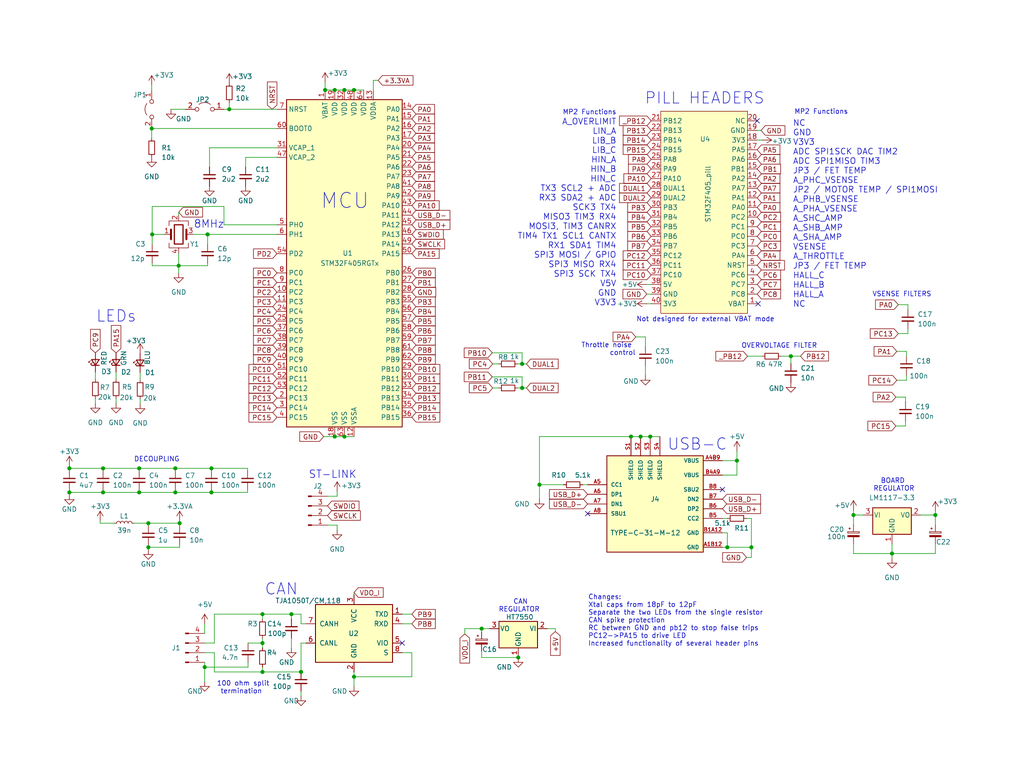
<source format=kicad_sch>
(kicad_sch (version 20230121) (generator eeschema)
  (paper "User" 270.002 200)
  (junction (at 137.668 96.012))
  (junction (at 90.805 115.189))
  (junction (at 69.215 169.672))
  (junction (at 93.345 178.562))
  (junction (at 79.375 177.292))
  (junction (at 36.703 123.571))
  (junction (at 53.975 176.022))
  (junction (at 76.835 162.052))
  (junction (at 225.044 135.89))
  (junction (at 166.37 115.189))
  (junction (at 194.31 121.539))
  (junction (at 191.77 144.399))
  (junction (at 171.45 115.189))
  (junction (at 93.345 23.749))
  (junction (at 39.116 144.399))
  (junction (at 46.228 123.571))
  (junction (at 85.725 23.749))
  (junction (at 198.12 144.399))
  (junction (at 235.204 146.05))
  (junction (at 69.215 177.292))
  (junction (at 46.228 129.921))
  (junction (at 18.288 123.571))
  (junction (at 55.753 129.921))
  (junction (at 127 165.862))
  (junction (at 90.805 23.749))
  (junction (at 55.753 123.571))
  (junction (at 142.24 127.889))
  (junction (at 88.265 23.749))
  (junction (at 137.668 102.362))
  (junction (at 18.288 129.921))
  (junction (at 136.652 173.482))
  (junction (at 27.178 123.571))
  (junction (at 168.91 115.189))
  (junction (at 47.371 138.049))
  (junction (at 36.703 129.921))
  (junction (at 246.634 135.89))
  (junction (at 27.178 129.921))
  (junction (at 47.117 70.104))
  (junction (at 54.737 61.849))
  (junction (at 40.005 33.909))
  (junction (at 88.265 115.189))
  (junction (at 40.132 61.849))
  (junction (at 208.534 93.98))
  (junction (at 69.215 162.052))
  (junction (at 60.452 28.829))
  (junction (at 39.116 138.049))
  (no_connect (at 154.94 135.509))
  (no_connect (at 190.5 129.159))
  (no_connect (at 199.644 31.877))
  (no_connect (at 199.898 80.137))
  (no_connect (at 106.045 169.672))
  (wire (pts (xy 39.116 144.399) (xy 47.371 144.399)))
  (wire (pts (xy 18.288 129.921) (xy 18.288 129.286)))
  (wire (pts (xy 40.132 69.469) (xy 40.132 70.104)))
  (wire (pts (xy 108.585 178.562) (xy 108.585 172.212)))
  (wire (pts (xy 36.703 124.206) (xy 36.703 123.571)))
  (wire (pts (xy 98.425 21.209) (xy 98.425 23.749)))
  (wire (pts (xy 168.91 115.189) (xy 171.45 115.189)))
  (wire (pts (xy 191.77 140.589) (xy 191.77 144.399)))
  (wire (pts (xy 99.695 21.209) (xy 98.425 21.209)))
  (wire (pts (xy 18.288 130.556) (xy 18.288 129.921)))
  (wire (pts (xy 127 171.831) (xy 127 173.482)))
  (wire (pts (xy 238.76 111.125) (xy 238.76 112.395)))
  (wire (pts (xy 236.855 80.391) (xy 239.395 80.391)))
  (wire (pts (xy 25.146 98.171) (xy 25.146 100.076)))
  (wire (pts (xy 53.975 172.212) (xy 56.515 172.212)))
  (wire (pts (xy 127 165.862) (xy 129.032 165.862)))
  (wire (pts (xy 69.215 177.292) (xy 69.215 176.022)))
  (wire (pts (xy 194.31 125.349) (xy 194.31 121.539)))
  (wire (pts (xy 47.371 138.049) (xy 39.116 138.049)))
  (wire (pts (xy 46.228 129.921) (xy 55.753 129.921)))
  (wire (pts (xy 137.668 96.012) (xy 136.525 96.012)))
  (wire (pts (xy 26.416 138.049) (xy 30.226 138.049)))
  (wire (pts (xy 45.085 28.829) (xy 48.895 28.829)))
  (wire (pts (xy 93.345 156.337) (xy 93.345 156.972)))
  (wire (pts (xy 79.375 177.292) (xy 69.215 177.292)))
  (wire (pts (xy 246.634 143.51) (xy 246.634 146.05)))
  (wire (pts (xy 53.975 176.022) (xy 53.975 179.832)))
  (wire (pts (xy 55.753 123.571) (xy 65.278 123.571)))
  (wire (pts (xy 196.85 147.066) (xy 198.12 147.066)))
  (wire (pts (xy 40.132 70.104) (xy 47.117 70.104)))
  (wire (pts (xy 171.45 115.189) (xy 173.99 115.189)))
  (wire (pts (xy 239.014 93.98) (xy 239.014 92.71)))
  (wire (pts (xy 64.77 41.529) (xy 73.025 41.529)))
  (wire (pts (xy 39.116 144.399) (xy 39.116 143.764)))
  (wire (pts (xy 239.014 99.06) (xy 239.014 100.33)))
  (wire (pts (xy 137.668 102.362) (xy 136.525 102.362)))
  (wire (pts (xy 59.055 28.829) (xy 60.452 28.829)))
  (wire (pts (xy 190.5 140.589) (xy 191.77 140.589)))
  (wire (pts (xy 225.044 135.89) (xy 225.044 138.43)))
  (wire (pts (xy 65.278 123.571) (xy 65.278 124.206)))
  (wire (pts (xy 76.835 162.052) (xy 79.375 162.052)))
  (wire (pts (xy 239.014 100.33) (xy 236.474 100.33)))
  (wire (pts (xy 69.215 169.672) (xy 69.215 170.942)))
  (wire (pts (xy 36.957 105.283) (xy 36.957 106.553)))
  (wire (pts (xy 54.737 61.849) (xy 73.025 61.849)))
  (wire (pts (xy 238.76 112.395) (xy 236.22 112.395)))
  (wire (pts (xy 56.515 177.292) (xy 69.215 177.292)))
  (wire (pts (xy 55.753 129.286) (xy 55.753 129.921)))
  (wire (pts (xy 39.116 145.034) (xy 39.116 144.399)))
  (wire (pts (xy 85.725 21.717) (xy 85.725 23.749)))
  (wire (pts (xy 76.835 162.052) (xy 76.835 163.322)))
  (wire (pts (xy 79.375 162.052) (xy 79.375 164.592)))
  (wire (pts (xy 56.515 172.212) (xy 56.515 177.292)))
  (wire (pts (xy 64.77 44.069) (xy 64.77 41.529)))
  (wire (pts (xy 46.228 123.571) (xy 55.753 123.571)))
  (wire (pts (xy 90.805 115.189) (xy 93.345 115.189)))
  (wire (pts (xy 69.215 168.402) (xy 69.215 169.672)))
  (wire (pts (xy 54.737 61.849) (xy 54.737 64.389)))
  (wire (pts (xy 146.431 165.862) (xy 146.431 166.624)))
  (wire (pts (xy 60.452 28.829) (xy 73.025 28.829)))
  (wire (pts (xy 27.178 123.571) (xy 36.703 123.571)))
  (wire (pts (xy 80.645 164.592) (xy 79.375 164.592)))
  (wire (pts (xy 80.645 169.672) (xy 79.375 169.672)))
  (wire (pts (xy 166.37 115.189) (xy 142.24 115.189)))
  (wire (pts (xy 40.132 61.849) (xy 40.132 64.389)))
  (wire (pts (xy 50.927 61.849) (xy 54.737 61.849)))
  (wire (pts (xy 40.132 54.483) (xy 40.132 61.849)))
  (wire (pts (xy 129.794 99.441) (xy 137.668 99.441)))
  (wire (pts (xy 235.204 146.05) (xy 235.204 147.32)))
  (wire (pts (xy 59.055 54.483) (xy 59.055 59.309)))
  (wire (pts (xy 60.452 27.051) (xy 60.452 28.829)))
  (wire (pts (xy 225.044 134.62) (xy 225.044 135.89)))
  (wire (pts (xy 54.737 70.104) (xy 47.117 70.104)))
  (wire (pts (xy 47.117 70.104) (xy 47.117 72.009)))
  (wire (pts (xy 54.737 69.469) (xy 54.737 70.104)))
  (wire (pts (xy 53.975 174.752) (xy 53.975 176.022)))
  (wire (pts (xy 30.607 105.156) (xy 30.607 106.426)))
  (wire (pts (xy 170.18 96.52) (xy 170.18 99.06)))
  (wire (pts (xy 197.104 93.98) (xy 200.914 93.98)))
  (wire (pts (xy 27.178 129.921) (xy 36.703 129.921)))
  (wire (pts (xy 18.288 123.571) (xy 27.178 123.571)))
  (wire (pts (xy 198.12 136.779) (xy 198.12 144.399)))
  (wire (pts (xy 69.215 162.052) (xy 76.835 162.052)))
  (wire (pts (xy 196.85 136.779) (xy 198.12 136.779)))
  (wire (pts (xy 142.24 127.889) (xy 148.59 127.889)))
  (wire (pts (xy 56.515 169.672) (xy 53.975 169.672)))
  (wire (pts (xy 88.265 23.749) (xy 90.805 23.749)))
  (wire (pts (xy 36.957 98.298) (xy 36.957 100.203)))
  (wire (pts (xy 190.5 136.779) (xy 191.77 136.779)))
  (wire (pts (xy 40.132 61.849) (xy 43.307 61.849)))
  (wire (pts (xy 79.375 169.672) (xy 79.375 177.292)))
  (wire (pts (xy 40.005 33.909) (xy 73.025 33.909)))
  (wire (pts (xy 93.345 178.562) (xy 108.585 178.562)))
  (wire (pts (xy 208.534 93.98) (xy 205.994 93.98)))
  (wire (pts (xy 146.431 165.862) (xy 144.272 165.862)))
  (wire (pts (xy 108.585 164.592) (xy 106.045 164.592)))
  (wire (pts (xy 235.204 146.05) (xy 246.634 146.05)))
  (wire (pts (xy 199.644 36.957) (xy 200.914 36.957)))
  (wire (pts (xy 93.345 178.562) (xy 93.345 181.102)))
  (wire (pts (xy 36.703 129.921) (xy 46.228 129.921)))
  (wire (pts (xy 55.245 38.989) (xy 73.025 38.989)))
  (wire (pts (xy 76.835 168.402) (xy 76.835 170.942)))
  (wire (pts (xy 65.405 169.672) (xy 69.215 169.672)))
  (wire (pts (xy 69.215 162.052) (xy 69.215 163.322)))
  (wire (pts (xy 236.474 92.71) (xy 239.014 92.71)))
  (wire (pts (xy 137.668 99.441) (xy 137.668 102.362)))
  (wire (pts (xy 129.921 96.012) (xy 131.445 96.012)))
  (wire (pts (xy 242.824 135.89) (xy 246.634 135.89)))
  (wire (pts (xy 190.5 121.539) (xy 194.31 121.539)))
  (wire (pts (xy 142.24 115.189) (xy 142.24 127.889)))
  (wire (pts (xy 236.22 104.775) (xy 238.76 104.775)))
  (wire (pts (xy 137.668 93.091) (xy 137.668 96.012)))
  (wire (pts (xy 88.265 115.189) (xy 90.805 115.189)))
  (wire (pts (xy 170.561 77.597) (xy 171.704 77.597)))
  (wire (pts (xy 246.634 135.89) (xy 246.634 138.43)))
  (wire (pts (xy 208.534 93.98) (xy 208.534 95.885)))
  (wire (pts (xy 30.607 98.171) (xy 30.607 100.076)))
  (wire (pts (xy 88.9 139.827) (xy 88.9 138.557)))
  (wire (pts (xy 122.555 165.862) (xy 122.555 167.259)))
  (wire (pts (xy 108.585 172.212) (xy 106.045 172.212)))
  (wire (pts (xy 47.117 56.007) (xy 47.117 56.769)))
  (wire (pts (xy 79.375 182.372) (xy 79.375 183.642)))
  (wire (pts (xy 85.344 115.189) (xy 88.265 115.189)))
  (wire (pts (xy 85.725 23.749) (xy 88.265 23.749)))
  (wire (pts (xy 47.371 144.399) (xy 47.371 143.764)))
  (wire (pts (xy 47.371 137.414) (xy 47.371 138.049)))
  (wire (pts (xy 18.288 123.571) (xy 18.288 124.206)))
  (wire (pts (xy 65.278 129.921) (xy 65.278 129.286)))
  (wire (pts (xy 93.345 177.292) (xy 93.345 178.562)))
  (wire (pts (xy 138.811 102.362) (xy 137.668 102.362)))
  (wire (pts (xy 190.5 125.349) (xy 194.31 125.349)))
  (wire (pts (xy 86.36 130.937) (xy 88.9 130.937)))
  (wire (pts (xy 170.561 80.137) (xy 171.704 80.137)))
  (wire (pts (xy 127 165.862) (xy 127 166.751)))
  (wire (pts (xy 238.76 106.045) (xy 238.76 104.775)))
  (wire (pts (xy 142.24 131.699) (xy 142.24 127.889)))
  (wire (pts (xy 18.288 122.936) (xy 18.288 123.571)))
  (wire (pts (xy 199.644 34.417) (xy 200.66 34.417)))
  (wire (pts (xy 40.005 22.479) (xy 40.005 23.749)))
  (wire (pts (xy 39.116 138.684) (xy 39.116 138.049)))
  (wire (pts (xy 227.584 135.89) (xy 225.044 135.89)))
  (wire (pts (xy 56.515 162.052) (xy 56.515 169.672)))
  (wire (pts (xy 55.753 129.921) (xy 65.278 129.921)))
  (wire (pts (xy 198.12 144.399) (xy 191.77 144.399)))
  (wire (pts (xy 167.64 88.9) (xy 170.18 88.9)))
  (wire (pts (xy 55.753 124.206) (xy 55.753 123.571)))
  (wire (pts (xy 194.31 118.999) (xy 194.31 121.539)))
  (wire (pts (xy 235.204 146.05) (xy 225.044 146.05)))
  (wire (pts (xy 170.561 75.057) (xy 171.704 75.057)))
  (wire (pts (xy 46.228 124.206) (xy 46.228 123.571)))
  (wire (pts (xy 88.9 129.667) (xy 88.9 130.937)))
  (wire (pts (xy 40.132 54.483) (xy 59.055 54.483)))
  (wire (pts (xy 190.5 144.399) (xy 191.77 144.399)))
  (wire (pts (xy 166.37 115.189) (xy 168.91 115.189)))
  (wire (pts (xy 47.371 138.684) (xy 47.371 138.049)))
  (wire (pts (xy 39.116 138.049) (xy 35.306 138.049)))
  (wire (pts (xy 27.178 124.206) (xy 27.178 123.571)))
  (wire (pts (xy 235.204 143.51) (xy 235.204 146.05)))
  (wire (pts (xy 129.794 93.091) (xy 137.668 93.091)))
  (wire (pts (xy 53.975 164.592) (xy 53.975 167.132)))
  (wire (pts (xy 170.18 88.9) (xy 170.18 91.44)))
  (wire (pts (xy 18.288 129.921) (xy 27.178 129.921)))
  (wire (pts (xy 93.345 23.749) (xy 95.885 23.749)))
  (wire (pts (xy 26.416 137.414) (xy 26.416 138.049)))
  (wire (pts (xy 56.515 162.052) (xy 69.215 162.052)))
  (wire (pts (xy 239.395 86.741) (xy 239.395 88.011)))
  (wire (pts (xy 239.395 81.661) (xy 239.395 80.391)))
  (wire (pts (xy 27.178 129.286) (xy 27.178 129.921)))
  (wire (pts (xy 40.005 33.909) (xy 40.005 36.449)))
  (wire (pts (xy 122.555 165.862) (xy 127 165.862)))
  (wire (pts (xy 108.585 162.052) (xy 106.045 162.052)))
  (wire (pts (xy 88.9 138.557) (xy 86.36 138.557)))
  (wire (pts (xy 198.12 147.066) (xy 198.12 144.399)))
  (wire (pts (xy 225.044 146.05) (xy 225.044 143.51)))
  (wire (pts (xy 154.94 127.889) (xy 153.67 127.889)))
  (wire (pts (xy 246.634 134.874) (xy 246.634 135.89)))
  (wire (pts (xy 211.074 93.98) (xy 208.534 93.98)))
  (wire (pts (xy 53.975 176.022) (xy 65.405 176.022)))
  (wire (pts (xy 73.025 59.309) (xy 59.055 59.309)))
  (wire (pts (xy 55.245 44.069) (xy 55.245 38.989)))
  (wire (pts (xy 90.805 23.749) (xy 93.345 23.749)))
  (wire (pts (xy 127 173.482) (xy 136.652 173.482)))
  (wire (pts (xy 47.117 70.104) (xy 47.117 66.929)))
  (wire (pts (xy 239.395 88.011) (xy 236.855 88.011)))
  (wire (pts (xy 129.921 102.362) (xy 131.445 102.362)))
  (wire (pts (xy 36.703 123.571) (xy 46.228 123.571)))
  (wire (pts (xy 88.265 115.189) (xy 88.265 115.062)))
  (wire (pts (xy 36.703 129.286) (xy 36.703 129.921)))
  (wire (pts (xy 138.811 96.012) (xy 137.668 96.012)))
  (wire (pts (xy 46.228 129.286) (xy 46.228 129.921)))
  (wire (pts (xy 65.405 174.752) (xy 65.405 176.022)))
  (wire (pts (xy 25.146 105.156) (xy 25.146 106.426)))
  (text "MCU" (at 84.455 55.499 0) (effects (font (size 4 4)) (justify left bottom)))
  (text "CAN" (at 69.723 157.353 0) (effects (font (size 2.9972 2.9972)) (justify left bottom)))
  (text " 8MHz" (at 49.53 60.452 0) (effects (font (size 2 2)) (justify left bottom)))
  (text "NC\nGND\nV3V3\nADC SPI1SCK DAC TIM2\nADC SPI1MISO TIM3\nJP3 / FET TEMP\nA_PHC_VSENSE\nJP2 / MOTOR TEMP / SPI1MOSI\nA_PHB_VSENSE\nA_PHA_VSENSE\nA_SHC_AMP\nA_SHB_AMP\nA_SHA_AMP\nVSENSE\nA_THROTTLE\nJP3 / FET TEMP\nHALL_C\nHALL_B\nHALL_A\nNC" (at 209.042 81.28 0) (effects (font (size 1.56 1.56)) (justify left bottom)))
  (text "ST-LINK\n" (at 94.107 126.492 0) (effects (font (size 2 2)) (justify right bottom)))
  (text "Changes: \nXtal caps from 18pF to 12pF\nSeparate the two LEDs from the single resistor\nCAN spike protection\nRC between GND and pb12 to stop false trips\nPC12->PA15 to drive LED\nIncreased functionality of several header pins\n" (at 155.067 170.688 0) (effects (font (size 1.27 1.27)) (justify left bottom)))
  (text "Throttle noise \ncontrol" (at 167.64 93.98 0) (effects (font (size 1.27 1.27)) (justify right bottom)))
  (text "A_OVERLIMIT\nLIN_A\nLIB_B\nLIB_C\nHIN_A\nHIN_B\nHIN_C\nTX3 SCL2 + ADC\nRX3 SDA2 + ADC\nSCK3 TX4\nMISO3 TIM3 RX4\nMOSI3, TIM3 CANRX\nTIM4 TX1 SCL1 CANTX\nRX1 SDA1 TIM4\nSPI3 MOSI / GPIO\nSPI3 MISO RX4\nSPI3 SCK TX4\nV5V\nGND\nV3V3" (at 162.56 80.899 0) (effects (font (size 1.56 1.56)) (justify right bottom)))
  (text "  BOARD\nREGULATOR\n\n" (at 230.251 131.826 0) (effects (font (size 1.27 1.27)) (justify left bottom)))
  (text "PILL HEADERS" (at 169.926 27.813 0) (effects (font (size 2.9972 2.9972)) (justify left bottom)))
  (text "MP2 Functions" (at 209.423 30.353 0) (effects (font (size 1.27 1.27)) (justify left bottom)))
  (text "    CAN\nREGULATOR" (at 131.445 161.671 0) (effects (font (size 1.27 1.27)) (justify left bottom)))
  (text "VSENSE FILTERS\n" (at 229.997 78.486 0) (effects (font (size 1.27 1.27)) (justify left bottom)))
  (text "OVERVOLTAGE FILTER" (at 195.453 92.075 0) (effects (font (size 1.27 1.27)) (justify left bottom)))
  (text "LEDs\n" (at 25.273 85.344 0) (effects (font (size 2.9972 2.9972)) (justify left bottom)))
  (text "USB-C\n" (at 175.895 119.126 0) (effects (font (size 2.9972 2.9972)) (justify left bottom)))
  (text "Not designed for external VBAT mode" (at 167.767 85.09 0) (effects (font (size 1.27 1.27)) (justify left bottom)))
  (text "DECOUPLING" (at 35.306 122.047 0) (effects (font (size 1.27 1.27)) (justify left bottom)))
  (text "MP2 Functions" (at 148.336 30.48 0) (effects (font (size 1.27 1.27)) (justify left bottom)))
  (text "100 ohm split\n termination" (at 57.15 183.261 0) (effects (font (size 1.27 1.27)) (justify left bottom)))
  (global_label "DUAL1" (shape input) (at 171.704 49.657 180) (property "Intersheetrefs" "${INTERSHEET_REFS}" (effects hide)))
  (global_label "PB13" (shape input) (at 108.585 105.029 0) (property "Intersheetrefs" "${INTERSHEET_REFS}" (effects hide)))
  (global_label "PC9" (shape input) (at 73.025 94.869 180) (property "Intersheetrefs" "${INTERSHEET_REFS}" (effects hide)))
  (global_label "GND" (shape input) (at 108.585 77.089 0) (property "Intersheetrefs" "${INTERSHEET_REFS}" (effects hide)))
  (global_label "PA9" (shape input) (at 171.704 44.577 180) (property "Intersheetrefs" "${INTERSHEET_REFS}" (effects hide)))
  (global_label "PB5" (shape input) (at 108.585 84.709 0) (property "Intersheetrefs" "${INTERSHEET_REFS}" (effects hide)))
  (global_label "PA4" (shape input) (at 199.644 67.437 0) (property "Intersheetrefs" "${INTERSHEET_REFS}" (effects hide)))
  (global_label "PB10" (shape input) (at 108.585 97.409 0) (property "Intersheetrefs" "${INTERSHEET_REFS}" (effects hide)))
  (global_label "PC4" (shape input) (at 73.025 82.169 180) (property "Intersheetrefs" "${INTERSHEET_REFS}" (effects hide)))
  (global_label "PA0" (shape input) (at 108.585 28.829 0) (property "Intersheetrefs" "${INTERSHEET_REFS}" (effects hide)))
  (global_label "USB_D-" (shape input) (at 154.94 132.969 180) (property "Intersheetrefs" "${INTERSHEET_REFS}" (effects hide)))
  (global_label "PB15" (shape input) (at 171.704 39.497 180) (property "Intersheetrefs" "${INTERSHEET_REFS}" (effects hide)))
  (global_label "PA7" (shape input) (at 199.644 49.657 0) (property "Intersheetrefs" "${INTERSHEET_REFS}" (effects hide)))
  (global_label "PC8" (shape input) (at 199.644 77.597 0) (property "Intersheetrefs" "${INTERSHEET_REFS}" (effects hide)))
  (global_label "PC15" (shape input) (at 236.22 112.395 180) (property "Intersheetrefs" "${INTERSHEET_REFS}" (effects hide)))
  (global_label "PB7" (shape input) (at 108.585 89.789 0) (property "Intersheetrefs" "${INTERSHEET_REFS}" (effects hide)))
  (global_label "NRST" (shape input) (at 199.644 69.977 0) (property "Intersheetrefs" "${INTERSHEET_REFS}" (effects hide)))
  (global_label "PD2" (shape input) (at 73.025 66.929 180) (property "Intersheetrefs" "${INTERSHEET_REFS}" (effects hide)))
  (global_label "PA5" (shape input) (at 108.585 41.529 0) (property "Intersheetrefs" "${INTERSHEET_REFS}" (effects hide)))
  (global_label "PA2" (shape input) (at 236.22 104.775 180) (property "Intersheetrefs" "${INTERSHEET_REFS}" (effects hide)))
  (global_label "PA6" (shape input) (at 108.585 44.069 0) (property "Intersheetrefs" "${INTERSHEET_REFS}" (effects hide)))
  (global_label "USB_D-" (shape input) (at 108.585 56.769 0) (property "Intersheetrefs" "${INTERSHEET_REFS}" (effects hide)))
  (global_label "SWCLK" (shape input) (at 108.585 64.389 0) (property "Intersheetrefs" "${INTERSHEET_REFS}" (effects hide)))
  (global_label "PC14" (shape input) (at 236.474 100.33 180) (property "Intersheetrefs" "${INTERSHEET_REFS}" (effects hide)))
  (global_label "PA8" (shape input) (at 108.585 49.149 0) (property "Intersheetrefs" "${INTERSHEET_REFS}" (effects hide)))
  (global_label "PC2" (shape input) (at 199.644 57.277 0) (property "Intersheetrefs" "${INTERSHEET_REFS}" (effects hide)))
  (global_label "PB4" (shape input) (at 171.704 57.277 180) (property "Intersheetrefs" "${INTERSHEET_REFS}" (effects hide)))
  (global_label "VDO_I" (shape input) (at 122.555 167.259 270) (property "Intersheetrefs" "${INTERSHEET_REFS}" (effects hide)))
  (global_label "PA5" (shape input) (at 199.644 39.497 0) (property "Intersheetrefs" "${INTERSHEET_REFS}" (effects hide)))
  (global_label "PC10" (shape input) (at 171.704 72.517 180) (property "Intersheetrefs" "${INTERSHEET_REFS}" (effects hide)))
  (global_label "PA7" (shape input) (at 108.585 46.609 0) (property "Intersheetrefs" "${INTERSHEET_REFS}" (effects hide)))
  (global_label "PC3" (shape input) (at 73.025 79.629 180) (property "Intersheetrefs" "${INTERSHEET_REFS}" (effects hide)))
  (global_label "USB_D+" (shape input) (at 190.5 134.239 0) (property "Intersheetrefs" "${INTERSHEET_REFS}" (effects hide)))
  (global_label "PA10" (shape input) (at 108.585 54.229 0) (property "Intersheetrefs" "${INTERSHEET_REFS}" (effects hide)))
  (global_label "PA9" (shape input) (at 108.585 51.689 0) (property "Intersheetrefs" "${INTERSHEET_REFS}" (effects hide)))
  (global_label "PB9" (shape input) (at 108.585 94.869 0) (property "Intersheetrefs" "${INTERSHEET_REFS}" (effects hide)))
  (global_label "PB11" (shape input) (at 108.585 99.949 0) (property "Intersheetrefs" "${INTERSHEET_REFS}" (effects hide)))
  (global_label "PC1" (shape input) (at 73.025 74.549 180) (property "Intersheetrefs" "${INTERSHEET_REFS}" (effects hide)))
  (global_label "PB14" (shape input) (at 171.704 36.957 180) (property "Intersheetrefs" "${INTERSHEET_REFS}" (effects hide)))
  (global_label "PC7" (shape input) (at 199.644 75.057 0) (property "Intersheetrefs" "${INTERSHEET_REFS}" (effects hide)))
  (global_label "PB6" (shape input) (at 171.704 62.357 180) (property "Intersheetrefs" "${INTERSHEET_REFS}" (effects hide)))
  (global_label "PA4" (shape input) (at 108.585 38.989 0) (property "Intersheetrefs" "${INTERSHEET_REFS}" (effects hide)))
  (global_label "SWDIO" (shape input) (at 108.585 61.849 0) (property "Intersheetrefs" "${INTERSHEET_REFS}" (effects hide)))
  (global_label "PA6" (shape input) (at 199.644 42.037 0) (property "Intersheetrefs" "${INTERSHEET_REFS}" (effects hide)))
  (global_label "USB_D+" (shape input) (at 108.585 59.309 0) (property "Intersheetrefs" "${INTERSHEET_REFS}" (effects hide)))
  (global_label "PA0" (shape input) (at 199.644 54.737 0) (property "Intersheetrefs" "${INTERSHEET_REFS}" (effects hide)))
  (global_label "PB11" (shape input) (at 129.794 99.441 180) (property "Intersheetrefs" "${INTERSHEET_REFS}" (effects hide)))
  (global_label "+3.3VA" (shape input) (at 99.695 21.209 0) (property "Intersheetrefs" "${INTERSHEET_REFS}" (effects hide)))
  (global_label "_PB12" (shape input) (at 197.104 93.98 180) (property "Intersheetrefs" "${INTERSHEET_REFS}" (effects hide)))
  (global_label "DUAL2" (shape input) (at 171.704 52.197 180) (property "Intersheetrefs" "${INTERSHEET_REFS}" (effects hide)))
  (global_label "PC8" (shape input) (at 73.025 92.329 180) (property "Intersheetrefs" "${INTERSHEET_REFS}" (effects hide)))
  (global_label "PA1" (shape input) (at 236.474 92.71 180) (property "Intersheetrefs" "${INTERSHEET_REFS}" (effects hide)))
  (global_label "PB10" (shape input) (at 129.794 93.091 180) (property "Intersheetrefs" "${INTERSHEET_REFS}" (effects hide)))
  (global_label "PA15" (shape input) (at 108.585 66.929 0) (property "Intersheetrefs" "${INTERSHEET_REFS}" (effects hide)))
  (global_label "NRST" (shape input) (at 71.755 28.829 90) (property "Intersheetrefs" "${INTERSHEET_REFS}" (effects hide)))
  (global_label "PB3" (shape input) (at 171.704 54.737 180) (property "Intersheetrefs" "${INTERSHEET_REFS}" (effects hide)))
  (global_label "PA8" (shape input) (at 171.704 42.037 180) (property "Intersheetrefs" "${INTERSHEET_REFS}" (effects hide)))
  (global_label "PC9" (shape input) (at 25.146 93.091 90) (property "Intersheetrefs" "${INTERSHEET_REFS}" (effects hide)))
  (global_label "PB15" (shape input) (at 108.585 110.109 0) (property "Intersheetrefs" "${INTERSHEET_REFS}" (effects hide)))
  (global_label "PB4" (shape input) (at 108.585 82.169 0) (property "Intersheetrefs" "${INTERSHEET_REFS}" (effects hide)))
  (global_label "PB7" (shape input) (at 171.704 64.897 180) (property "Intersheetrefs" "${INTERSHEET_REFS}" (effects hide)))
  (global_label "PC1" (shape input) (at 199.644 59.817 0) (property "Intersheetrefs" "${INTERSHEET_REFS}" (effects hide)))
  (global_label "PC5" (shape input) (at 73.025 84.709 180) (property "Intersheetrefs" "${INTERSHEET_REFS}" (effects hide)))
  (global_label "PC12" (shape input) (at 171.704 67.437 180) (property "Intersheetrefs" "${INTERSHEET_REFS}" (effects hide)))
  (global_label "PC10" (shape input) (at 73.025 97.409 180) (property "Intersheetrefs" "${INTERSHEET_REFS}" (effects hide)))
  (global_label "PA3" (shape input) (at 108.585 36.449 0) (property "Intersheetrefs" "${INTERSHEET_REFS}" (effects hide)))
  (global_label "PC0" (shape input) (at 73.025 72.009 180) (property "Intersheetrefs" "${INTERSHEET_REFS}" (effects hide)))
  (global_label "PC13" (shape input) (at 236.855 88.011 180) (property "Intersheetrefs" "${INTERSHEET_REFS}" (effects hide)))
  (global_label "_PB12" (shape input) (at 171.704 31.877 180) (property "Intersheetrefs" "${INTERSHEET_REFS}" (effects hide)))
  (global_label "PB1" (shape input) (at 108.585 74.549 0) (property "Intersheetrefs" "${INTERSHEET_REFS}" (effects hide)))
  (global_label "SWCLK" (shape input) (at 86.36 136.017 0) (property "Intersheetrefs" "${INTERSHEET_REFS}" (effects hide)))
  (global_label "PB6" (shape input) (at 108.585 87.249 0) (property "Intersheetrefs" "${INTERSHEET_REFS}" (effects hide)))
  (global_label "PC3" (shape input) (at 199.644 64.897 0) (property "Intersheetrefs" "${INTERSHEET_REFS}" (effects hide)))
  (global_label "USB_D-" (shape input) (at 190.5 131.699 0) (property "Intersheetrefs" "${INTERSHEET_REFS}" (effects hide)))
  (global_label "PA4" (shape input) (at 167.64 88.9 180) (property "Intersheetrefs" "${INTERSHEET_REFS}" (effects hide)))
  (global_label "PC12" (shape input) (at 73.025 102.489 180) (property "Intersheetrefs" "${INTERSHEET_REFS}" (effects hide)))
  (global_label "PB8" (shape input) (at 108.585 92.329 0) (property "Intersheetrefs" "${INTERSHEET_REFS}" (effects hide)))
  (global_label "PC11" (shape input) (at 73.025 99.949 180) (property "Intersheetrefs" "${INTERSHEET_REFS}" (effects hide)))
  (global_label "PC2" (shape input) (at 73.025 77.089 180) (property "Intersheetrefs" "${INTERSHEET_REFS}" (effects hide)))
  (global_label "PC0" (shape input) (at 199.644 62.357 0) (property "Intersheetrefs" "${INTERSHEET_REFS}" (effects hide)))
  (global_label "PB3" (shape input) (at 108.585 79.629 0) (property "Intersheetrefs" "${INTERSHEET_REFS}" (effects hide)))
  (global_label "PA1" (shape input) (at 108.585 31.369 0) (property "Intersheetrefs" "${INTERSHEET_REFS}" (effects hide)))
  (global_label "PA2" (shape input) (at 199.644 47.117 0) (property "Intersheetrefs" "${INTERSHEET_REFS}" (effects hide)))
  (global_label "PC6" (shape input) (at 73.025 87.249 180) (property "Intersheetrefs" "${INTERSHEET_REFS}" (effects hide)))
  (global_label "PA0" (shape input) (at 236.855 80.391 180) (property "Intersheetrefs" "${INTERSHEET_REFS}" (effects hide)))
  (global_label "SWDIO" (shape input) (at 86.36 133.477 0) (property "Intersheetrefs" "${INTERSHEET_REFS}" (effects hide)))
  (global_label "PC7" (shape input) (at 73.025 89.789 180) (property "Intersheetrefs" "${INTERSHEET_REFS}" (effects hide)))
  (global_label "GND" (shape input) (at 196.85 147.066 180) (property "Intersheetrefs" "${INTERSHEET_REFS}" (effects hide)))
  (global_label "DUAL2" (shape input) (at 138.811 102.362 0) (property "Intersheetrefs" "${INTERSHEET_REFS}" (effects hide)))
  (global_label "PC5" (shape input) (at 129.921 102.362 180) (property "Intersheetrefs" "${INTERSHEET_REFS}" (effects hide)))
  (global_label "PB1" (shape input) (at 199.644 44.577 0) (property "Intersheetrefs" "${INTERSHEET_REFS}" (effects hide)))
  (global_label "PA15" (shape input) (at 30.607 93.091 90) (property "Intersheetrefs" "${INTERSHEET_REFS}" (effects hide)))
  (global_label "PB8" (shape input) (at 108.585 164.592 0) (property "Intersheetrefs" "${INTERSHEET_REFS}" (effects hide)))
  (global_label "PB14" (shape input) (at 108.585 107.569 0) (property "Intersheetrefs" "${INTERSHEET_REFS}" (effects hide)))
  (global_label "GND" (shape input) (at 85.344 115.189 180) (property "Intersheetrefs" "${INTERSHEET_REFS}" (effects hide)))
  (global_label "PA2" (shape input) (at 108.585 33.909 0) (property "Intersheetrefs" "${INTERSHEET_REFS}" (effects hide)))
  (global_label "PC11" (shape input) (at 171.704 69.977 180) (property "Intersheetrefs" "${INTERSHEET_REFS}" (effects hide)))
  (global_label "PC15" (shape input) (at 73.025 110.109 180) (property "Intersheetrefs" "${INTERSHEET_REFS}" (effects hide)))
  (global_label "DUAL1" (shape input) (at 138.811 96.012 0) (property "Intersheetrefs" "${INTERSHEET_REFS}" (effects hide)))
  (global_label "PC13" (shape input) (at 73.025 105.029 180) (property "Intersheetrefs" "${INTERSHEET_REFS}" (effects hide)))
  (global_label "PB12" (shape input) (at 211.074 93.98 0) (property "Intersheetrefs" "${INTERSHEET_REFS}" (effects hide)))
  (global_label "PB9" (shape input) (at 108.585 162.052 0) (property "Intersheetrefs" "${INTERSHEET_REFS}" (effects hide)))
  (global_label "PC4" (shape input) (at 129.921 96.012 180) (property "Intersheetrefs" "${INTERSHEET_REFS}" (effects hide)))
  (global_label "VDO_I" (shape input) (at 93.345 156.337 0) (property "Intersheetrefs" "${INTERSHEET_REFS}" (effects hide)))
  (global_label "PB13" (shape input) (at 171.704 34.417 180) (property "Intersheetrefs" "${INTERSHEET_REFS}" (effects hide)))
  (global_label "+5V" (shape input) (at 146.431 166.624 270) (property "Intersheetrefs" "${INTERSHEET_REFS}" (effects hide)))
  (global_label "GND" (shape input) (at 200.66 34.417 0) (property "Intersheetrefs" "${INTERSHEET_REFS}" (effects hide)))
  (global_label "PB5" (shape input) (at 171.704 59.817 180) (property "Intersheetrefs" "${INTERSHEET_REFS}" (effects hide)))
  (global_label "PC6" (shape input) (at 199.644 72.517 0) (property "Intersheetrefs" "${INTERSHEET_REFS}" (effects hide)))
  (global_label "PB0" (shape input) (at 108.585 72.009 0) (property "Intersheetrefs" "${INTERSHEET_REFS}" (effects hide)))
  (global_label "GND" (shape input) (at 47.117 56.007 0) (property "Intersheetrefs" "${INTERSHEET_REFS}" (effects hide)))
  (global_label "GND" (shape input) (at 170.561 77.597 180) (property "Intersheetrefs" "${INTERSHEET_REFS}" (effects hide)))
  (global_label "PA1" (shape input) (at 199.644 52.197 0) (property "Intersheetrefs" "${INTERSHEET_REFS}" (effects hide)))
  (global_label "USB_D+" (shape input) (at 154.94 130.429 180) (property "Intersheetrefs" "${INTERSHEET_REFS}" (effects hide)))
  (global_label "PB12" (shape input) (at 108.585 102.489 0) (property "Intersheetrefs" "${INTERSHEET_REFS}" (effects hide)))
  (global_label "PA10" (shape input) (at 171.704 47.117 180) (property "Intersheetrefs" "${INTERSHEET_REFS}" (effects hide)))
  (global_label "PC14" (shape input) (at 73.025 107.569 180) (property "Intersheetrefs" "${INTERSHEET_REFS}" (effects hide)))
  (symbol (lib_id "power:GND") (at 170.18 99.06 0) (unit 1)
    (property "Reference" "#PWR05" (effects hide))
    (property "Value" "GND" (at 166.37 100.584 0))
  )
  (symbol (lib_id "Device:R_Small") (at 133.985 102.362 270) (unit 1)
    (property "Reference" "R12" (at 133.985 100.584 90) (effects (justify right)))
    (property "Value" "1k" (at 136.906 100.457 90) (effects (justify right)))
    (property "Footprint" "Resistor_SMD:R_0402_1005Metric" (effects hide))
    (property "LCSC" "C11702" (effects hide))
  )
  (symbol (lib_id "Device:C_Polarized_Small") (at 127 169.291 0) (unit 1)
    (property "Reference" "C16" (at 127.127 171.323 0) (effects (justify left)))
    (property "Value" "10u" (effects hide))
    (property "Footprint" "Capacitor_SMD:C_0603_1608Metric" (effects hide))
    (property "Datasheet" "https://datasheet.lcsc.com/lcsc/2201131330_ROHM-Semicon-TCM1A106M8R_C962635.pdf" (effects hide))
    (property "LCSC" "C962635" (effects hide))
  )
  (symbol (lib_id "Device:R_Small") (at 40.005 38.989 180) (unit 1)
    (property "Reference" "R1" (at 42.545 38.9889 0) (effects (justify right)))
    (property "Value" "10k" (at 42.545 41.529 0) (effects (justify right)))
    (property "Footprint" "Resistor_SMD:R_0402_1005Metric" (effects hide))
    (property "LCSC" "C25744" (effects hide))
  )
  (symbol (lib_id "power:+5V") (at 170.561 75.057 90) (mirror x) (unit 1)
    (property "Reference" "#PWR023" (effects hide))
    (property "Value" "+5V" (at 168.021 75.057 90) (effects (justify left)))
  )
  (symbol (lib_id "power:+5V") (at 194.31 118.999 0) (mirror y) (unit 1)
    (property "Reference" "#PWR036" (effects hide))
    (property "Value" "+5V" (at 194.31 115.189 0))
  )
  (symbol (lib_id "power:GND") (at 40.005 41.529 0) (unit 1)
    (property "Reference" "#PWR07" (effects hide))
    (property "Value" "GND" (at 40.005 46.609 0))
  )
  (symbol (lib_id "Device:C_Small") (at 79.375 179.832 0) (mirror y) (unit 1)
    (property "Reference" "C15" (at 76.835 178.562 0) (effects (justify left)))
    (property "Value" "100p" (at 76.835 181.102 0) (effects (justify left)))
    (property "Footprint" "Capacitor_SMD:C_0402_1005Metric" (effects hide))
    (property "LCSC" "C1546" (effects hide))
  )
  (symbol (lib_id "CCC_ESC_Custom_Symbols:STM32F405_pill") (at 174.244 29.337 0) (unit 1) (in_bom no)
    (property "Reference" "U4" (at 185.928 36.703 0))
    (property "Value" "STM32F405_pill" (at 186.69 51.181 90))
    (property "Footprint" "CCC_ESC_Custom_parts:STM32F405_pill" (effects hide))
    (property "DNP" "YES" (effects hide))
  )
  (symbol (lib_id "STM32F4_REV2-rescue:+3.3V-power") (at 26.416 137.414 0) (unit 1)
    (property "Reference" "#PWR04" (effects hide))
    (property "Value" "+3.3V" (at 26.416 133.604 0))
  )
  (symbol (lib_id "Device:C_Small") (at 170.18 93.98 0) (unit 1)
    (property "Reference" "C23" (at 172.72 92.71 0) (effects (justify left)))
    (property "Value" "100n" (at 172.72 95.25 0) (effects (justify left)))
    (property "Footprint" "Capacitor_SMD:C_0402_1005Metric" (effects hide))
    (property "Datasheet" "https://datasheet.lcsc.com/lcsc/1810191219_Samsung-Electro-Mechanics-CL05B104KO5NNNC_C1525.pdf" (effects hide))
    (property "LCSC" "C1525" (effects hide))
  )
  (symbol (lib_id "power:GND") (at 25.146 106.426 0) (unit 1)
    (property "Reference" "#PWR0104" (effects hide))
    (property "Value" "GND" (at 25.146 111.506 0))
  )
  (symbol (lib_id "Connector:Conn_01x04_Male") (at 81.28 136.017 0) (mirror x) (unit 1) (in_bom no)
    (property "Reference" "J2" (at 84.963 128.27 0) (effects (justify right)))
    (property "Value" "Conn_01x04_Male" (effects hide))
    (property "Footprint" "Connector:my_4_pin" (effects hide))
    (property "DNP" "YES" (effects hide))
  )
  (symbol (lib_id "power:+3V3") (at 170.561 80.137 90) (mirror x) (unit 1)
    (property "Reference" "#PWR025" (effects hide))
    (property "Value" "+3V3" (at 168.021 80.137 90) (effects (justify left)))
  )
  (symbol (lib_id "TYPE-C-31-M-12:TYPE-C-31-M-12") (at 172.72 132.969 0) (unit 1)
    (property "Reference" "J4" (at 172.72 131.699 0))
    (property "Value" "TYPE-C-31-M-12" (at 170.18 140.589 0))
    (property "Footprint" "TYPE-C-31-M-12:HRO_TYPE-C-31-M-12" (effects hide))
    (property "Datasheet" "https://datasheet.lcsc.com/lcsc/2205251630_Korean-Hroparts-Elec-TYPE-C-31-M-12_C165948.pdf" (effects hide))
    (property "STANDARD" "Manufacturer Recommendations" (effects hide))
    (property "PARTREV" "A" (effects hide))
    (property "MAXIMUM_PACKAGE_HEIGHT" "3.31mm" (effects hide))
    (property "MANUFACTURER" "HRO Electronics" (effects hide))
    (property "LCSC" "C165948" (effects hide))
  )
  (symbol (lib_id "Device:C_Small") (at 54.737 66.929 0) (unit 1)
    (property "Reference" "C6" (at 57.277 65.659 0) (effects (justify left)))
    (property "Value" "12p" (at 57.277 68.2052 0) (effects (justify left)))
    (property "Footprint" "Capacitor_SMD:C_0402_1005Metric" (effects hide))
    (property "Datasheet" "https://datasheet.lcsc.com/lcsc/1810112052_FH-Guangdong-Fenghua-Advanced-Tech-0603CG180J500NT_C92671.pdf" (effects hide))
    (property "LCSC" "C1547" (effects hide))
  )
  (symbol (lib_id "Device:C_Small") (at 39.116 141.224 0) (unit 1)
    (property "Reference" "C5" (at 41.656 139.954 0) (effects (justify left)))
    (property "Value" "1u" (at 41.656 142.494 0) (effects (justify left)))
    (property "Footprint" "Capacitor_SMD:C_0402_1005Metric" (effects hide))
    (property "Datasheet" "https://datasheet.lcsc.com/lcsc/1811091611_Samsung-Electro-Mechanics-CL05A105KA5NQNC_C52923.pdf" (effects hide))
    (property "LCSC" "C52923" (effects hide))
  )
  (symbol (lib_id "power:+3V3") (at 246.634 134.874 0) (unit 1)
    (property "Reference" "#PWR030" (effects hide))
    (property "Value" "+3V3" (at 249.809 132.334 0))
  )
  (symbol (lib_id "Device:C_Small") (at 65.405 172.212 0) (mirror y) (unit 1)
    (property "Reference" "C13" (at 62.865 170.942 0) (effects (justify left)))
    (property "Value" "4.7n" (at 62.865 173.482 0) (effects (justify left)))
    (property "Footprint" "Capacitor_SMD:C_0402_1005Metric" (effects hide))
    (property "Datasheet" "https://datasheet.lcsc.com/lcsc/1811031110_FH--Guangdong-Fenghua-Advanced-Tech-0402B472K500NT_C1538.pdf" (effects hide))
    (property "LCSC" "C1538" (effects hide))
  )
  (symbol (lib_id "power:+3V3") (at 200.914 36.957 270) (unit 1)
    (property "Reference" "#PWR032" (effects hide))
    (property "Value" "+3V3" (at 203.454 37.211 90) (effects (justify left)))
  )
  (symbol (lib_id "power:GND") (at 18.288 130.556 0) (unit 1)
    (property "Reference" "#PWR02" (effects hide))
    (property "Value" "GND" (at 18.288 134.366 0))
  )
  (symbol (lib_id "Jumper:Jumper_2_Open") (at 53.975 28.829 0) (mirror y) (unit 1)
    (property "Reference" "JP2" (at 55.245 26.289 0) (effects (justify left)))
    (property "Value" "Jumper_2_Open" (effects hide))
    (property "Footprint" "Connector:my_2_pin" (effects hide))
    (property "DNP" "YES" (effects hide))
  )
  (symbol (lib_id "Device:C_Small") (at 36.703 126.746 0) (unit 1)
    (property "Reference" "C4" (at 39.243 125.476 0) (effects (justify left)))
    (property "Value" "100n" (at 39.243 128.016 0) (effects (justify left)))
    (property "Footprint" "Capacitor_SMD:C_0402_1005Metric" (effects hide))
    (property "Datasheet" "https://datasheet.lcsc.com/lcsc/1810191219_Samsung-Electro-Mechanics-CL05B104KO5NNNC_C1525.pdf" (effects hide))
    (property "LCSC" "C1525" (effects hide))
  )
  (symbol (lib_id "Device:R_Small") (at 194.31 136.779 90) (unit 1)
    (property "Reference" "R11" (at 195.58 139.319 90))
    (property "Value" "5.1k" (at 190.5 138.049 90))
    (property "Footprint" "Resistor_SMD:R_0402_1005Metric" (effects hide))
    (property "LCSC" "C105872" (effects hide))
  )
  (symbol (lib_id "power:+3V3") (at 88.9 129.667 0) (unit 1)
    (property "Reference" "#PWR028" (effects hide))
    (property "Value" "+3V3" (at 92.583 128.143 0))
  )
  (symbol (lib_id "Device:C_Small") (at 18.288 126.746 0) (unit 1)
    (property "Reference" "C1" (at 20.828 125.476 0) (effects (justify left)))
    (property "Value" "4u7" (at 20.828 128.016 0) (effects (justify left)))
    (property "Footprint" "Capacitor_SMD:C_0402_1005Metric" (effects hide))
    (property "Datasheet" "https://datasheet.lcsc.com/lcsc/1810261514_Samsung-Electro-Mechanics-CL10A475KO8NNNC_C19666.pdf" (effects hide))
    (property "LCSC" "C23733" (effects hide))
  )
  (symbol (lib_id "Regulator_Linear:LM1117-3.3") (at 235.204 135.89 0) (unit 1)
    (property "Reference" "U3" (effects hide))
    (property "Value" "LM1117-3.3" (at 235.204 131.318 0))
    (property "Footprint" "Package_TO_SOT_SMD:SOT-223-3_TabPin2" (effects hide))
    (property "Datasheet" "https://datasheet.lcsc.com/lcsc/1811131822_HTC-Korea-TAEJIN-Tech-LM1117S-3-3_C126027.pdf" (effects hide))
    (property "LCSC" "C126027" (effects hide))
  )
  (symbol (lib_id "power:GND") (at 36.957 106.553 0) (unit 1)
    (property "Reference" "#PWR013" (effects hide))
    (property "Value" "GND" (at 36.957 111.633 0))
  )
  (symbol (lib_id "Device:R_Small") (at 203.454 93.98 270) (unit 1)
    (property "Reference" "R6" (at 201.93 96.139 90) (effects (justify right)))
    (property "Value" "47R" (at 206.375 96.139 90) (effects (justify right)))
    (property "Footprint" "Resistor_SMD:R_0402_1005Metric" (effects hide))
    (property "LCSC" "C25118" (effects hide))
  )
  (symbol (lib_id "Regulator_Linear:L79L08_SOT89") (at 136.652 165.862 180) (unit 1)
    (property "Reference" "U5" (effects hide))
    (property "Value" "HT7550" (at 137.033 162.814 0))
    (property "Footprint" "Package_TO_SOT_SMD:SOT-89-3" (effects hide))
    (property "Datasheet" "https://datasheet.lcsc.com/lcsc/1811061932_Holtek-Semicon-HT7550-1_C16106.pdf" (effects hide))
    (property "LCSC" "C16106" (effects hide))
  )
  (symbol (lib_id "power:+3V3") (at 85.725 21.717 0) (unit 1)
    (property "Reference" "#PWR017" (effects hide))
    (property "Value" "+3V3" (at 89.027 19.304 0))
  )
  (symbol (lib_id "Device:R_Small") (at 25.146 102.616 180) (unit 1)
    (property "Reference" "R7" (at 26.289 102.235 0) (effects (justify right)))
    (property "Value" "20k" (at 25.781 104.775 0) (effects (justify right)))
    (property "Footprint" "Resistor_SMD:R_0402_1005Metric" (effects hide))
    (property "LCSC" "C25765" (effects hide))
  )
  (symbol (lib_id "Device:C_Small") (at 40.132 66.929 0) (unit 1)
    (property "Reference" "C3" (at 35.687 64.389 0) (effects (justify left)))
    (property "Value" "12p" (at 34.417 68.199 0) (effects (justify left)))
    (property "Footprint" "Capacitor_SMD:C_0402_1005Metric" (effects hide))
    (property "Datasheet" "https://datasheet.lcsc.com/lcsc/1810112052_FH-Guangdong-Fenghua-Advanced-Tech-0603CG180J500NT_C92671.pdf" (effects hide))
    (property "LCSC" "C1547" (effects hide))
  )
  (symbol (lib_id "Device:R_Small") (at 133.985 96.012 270) (unit 1)
    (property "Reference" "R8" (at 133.985 94.234 90) (effects (justify right)))
    (property "Value" "1k" (at 136.906 94.107 90) (effects (justify right)))
    (property "Footprint" "Resistor_SMD:R_0402_1005Metric" (effects hide))
    (property "LCSC" "C11702" (effects hide))
  )
  (symbol (lib_id "Device:C_Small") (at 55.245 46.609 0) (unit 1)
    (property "Reference" "C9" (at 58.42 44.704 0) (effects (justify left)))
    (property "Value" "2u2" (at 58.42 47.244 0) (effects (justify left)))
    (property "Footprint" "Capacitor_SMD:C_0603_1608Metric" (effects hide))
    (property "Datasheet" "https://datasheet.lcsc.com/lcsc/1810271109_Samsung-Electro-Mechanics-CL10A225KO8NNNC_C23630.pdf" (effects hide))
    (property "LCSC" "C23630" (effects hide))
  )
  (symbol (lib_id "power:GND") (at 55.245 49.149 0) (unit 1)
    (property "Reference" "#PWR011" (effects hide))
    (property "Value" "GND" (at 55.245 52.959 0))
  )
  (symbol (lib_id "Device:L_Small") (at 32.766 138.049 90) (unit 1)
    (property "Reference" "L1" (at 32.766 136.144 90))
    (property "Value" "39n" (at 32.766 139.954 90))
    (property "Footprint" "Inductor_SMD:L_0402_1005Metric" (effects hide))
    (property "Datasheet" "https://datasheet.lcsc.com/lcsc/2110081230_Sunlord-SDCL1005C39NJTDF_C26443.pdf" (effects hide))
    (property "LCSC" "C26443" (effects hide))
  )
  (symbol (lib_id "power:+5V") (at 225.044 134.62 0) (unit 1)
    (property "Reference" "#PWR022" (effects hide))
    (property "Value" "+5V" (at 221.996 133.35 0))
  )
  (symbol (lib_id "power:GND") (at 47.117 72.009 0) (unit 1)
    (property "Reference" "#PWR06" (effects hide))
    (property "Value" "GND" (at 47.117 77.089 0))
  )
  (symbol (lib_id "Device:R_Small") (at 69.215 173.482 0) (mirror x) (unit 1)
    (property "Reference" "R4" (at 73.025 172.212 0) (effects (justify right)))
    (property "Value" "100Ω" (effects hide))
    (property "Footprint" "Resistor_SMD:R_0402_1005Metric" (effects hide))
    (property "LCSC" "C25076" (effects hide))
  )
  (symbol (lib_id "Device:C_Small") (at 208.534 98.425 0) (unit 1)
    (property "Reference" "C21" (at 211.074 97.155 0) (effects (justify left)))
    (property "Value" "10n" (at 211.074 99.695 0) (effects (justify left)))
    (property "Footprint" "Capacitor_SMD:C_0402_1005Metric" (effects hide))
    (property "LCSC" "C15195" (effects hide))
  )
  (symbol (lib_id "Device:R_Small") (at 30.607 102.616 180) (unit 1)
    (property "Reference" "R5" (at 32.131 102.108 0) (effects (justify right)))
    (property "Value" "20k" (at 31.496 104.902 0) (effects (justify right)))
    (property "Footprint" "Resistor_SMD:R_0402_1005Metric" (effects hide))
    (property "LCSC" "C25765" (effects hide))
  )
  (symbol (lib_id "STM32F4_REV2-rescue:+3.3V-power") (at 18.288 122.936 0) (unit 1)
    (property "Reference" "#PWR01" (effects hide))
    (property "Value" "+3.3V" (at 18.288 119.126 0))
  )
  (symbol (lib_id "power:GND") (at 142.24 131.699 0) (unit 1)
    (property "Reference" "#PWR020" (effects hide))
    (property "Value" "GND" (at 139.7 132.9691 0) (effects (justify right)))
  )
  (symbol (lib_id "Device:C_Small") (at 27.178 126.746 0) (unit 1)
    (property "Reference" "C2" (at 29.718 125.476 0) (effects (justify left)))
    (property "Value" "100n" (at 29.718 128.016 0) (effects (justify left)))
    (property "Footprint" "Capacitor_SMD:C_0402_1005Metric" (effects hide))
    (property "Datasheet" "https://datasheet.lcsc.com/lcsc/1810191219_Samsung-Electro-Mechanics-CL05B104KO5NNNC_C1525.pdf" (effects hide))
    (property "LCSC" "C1525" (effects hide))
  )
  (symbol (lib_id "Device:C_Small") (at 76.835 165.862 0) (mirror y) (unit 1)
    (property "Reference" "C14" (at 74.295 164.592 0) (effects (justify left)))
    (property "Value" "100p" (at 75.565 167.132 0) (effects (justify left)))
    (property "Footprint" "Capacitor_SMD:C_0402_1005Metric" (effects hide))
    (property "LCSC" "C1546" (effects hide))
  )
  (symbol (lib_id "Device:C_Small") (at 239.014 96.52 0) (unit 1)
    (property "Reference" "C18" (at 241.554 95.25 0) (effects (justify left)))
    (property "Value" "100n" (at 239.776 99.187 0) (effects (justify left)))
    (property "Footprint" "Capacitor_SMD:C_0402_1005Metric" (effects hide))
    (property "Datasheet" "https://datasheet.lcsc.com/lcsc/1810191219_Samsung-Electro-Mechanics-CL05B104KO5NNNC_C1525.pdf" (effects hide))
    (property "LCSC" "C1525" (effects hide))
  )
  (symbol (lib_id "Device:C_Small") (at 55.753 126.746 0) (unit 1)
    (property "Reference" "C10" (at 58.293 125.476 0) (effects (justify left)))
    (property "Value" "100n" (at 58.293 128.016 0) (effects (justify left)))
    (property "Footprint" "Capacitor_SMD:C_0402_1005Metric" (effects hide))
    (property "Datasheet" "https://datasheet.lcsc.com/lcsc/1810191219_Samsung-Electro-Mechanics-CL05B104KO5NNNC_C1525.pdf" (effects hide))
    (property "LCSC" "C1525" (effects hide))
  )
  (symbol (lib_id "power:GND") (at 76.835 170.942 0) (unit 1)
    (property "Reference" "#PWR016" (effects hide))
    (property "Value" "GND" (at 75.565 174.752 0))
  )
  (symbol (lib_id "Device:C_Polarized_Small") (at 225.044 140.97 0) (unit 1)
    (property "Reference" "C20" (at 218.694 139.7 0) (effects (justify left)))
    (property "Value" "100n" (at 218.059 141.605 0) (effects (justify left)))
    (property "Footprint" "Capacitor_Tantalum_SMD:CP_EIA-3216-18_Kemet-A" (effects hide))
    (property "Datasheet" "https://datasheet.lcsc.com/lcsc/1810252220_KEMET-T491A106K016AT_C110055.pdf" (effects hide))
    (property "LCSC" "C122257" (effects hide))
  )
  (symbol (lib_id "power:GND") (at 30.607 106.426 0) (unit 1)
    (property "Reference" "#PWR027" (effects hide))
    (property "Value" "GND" (at 30.607 111.506 0))
  )
  (symbol (lib_id "power:+3V3") (at 60.452 21.971 0) (unit 1)
    (property "Reference" "#PWR012" (effects hide))
    (property "Value" "+3V3" (at 63.881 20.193 0))
  )
  (symbol (lib_id "Jumper:Jumper_2_Open") (at 40.005 28.829 90) (mirror x) (unit 1)
    (property "Reference" "JP1" (at 38.735 25.019 90) (effects (justify left)))
    (property "Value" "Jumper_2_Open" (effects hide))
    (property "Footprint" "Connector:my_2_pin" (effects hide))
    (property "DNP" "YES" (effects hide))
  )
  (symbol (lib_id "power:GND") (at 88.9 139.827 0) (unit 1)
    (property "Reference" "#PWR029" (effects hide))
    (property "Value" "GND" (at 88.9 144.907 0))
  )
  (symbol (lib_id "MCU_ST_STM32F4:STM32F405RGTx") (at 90.805 69.469 0) (unit 1)
    (property "Reference" "U1" (at 90.297 66.802 0) (effects (justify left)))
    (property "Value" "STM32F405RGTx" (at 84.455 69.469 0) (effects (justify left)))
    (property "Footprint" "Package_QFP:LQFP-64_10x10mm_P0.5mm" (effects hide))
    (property "Datasheet" "http://www.st.com/st-web-ui/static/active/en/resource/technical/document/datasheet/DM00037051.pdf" (effects hide))
    (property "LCSC" "C15742" (effects hide))
  )
  (symbol (lib_id "power:GND") (at 136.652 173.482 0) (unit 1)
    (property "Reference" "#PWR019" (effects hide))
    (property "Value" "GND" (at 132.969 176.022 0))
  )
  (symbol (lib_id "Device:R_Small") (at 36.957 102.743 180) (unit 1)
    (property "Reference" "R9" (at 38.1 102.108 0) (effects (justify right)))
    (property "Value" "20k" (at 37.719 105.029 0) (effects (justify right)))
    (property "Footprint" "Resistor_SMD:R_0402_1005Metric" (effects hide))
    (property "LCSC" "C25765" (effects hide))
  )
  (symbol (lib_id "Connector:Conn_01x04_Male") (at 48.895 172.212 0) (mirror x) (unit 1) (in_bom no)
    (property "Reference" "J1" (at 47.625 170.9419 0) (effects (justify right)))
    (property "Value" "Conn_01x04_Male" (effects hide))
    (property "Footprint" "Connector:my_4_pin" (effects hide))
    (property "DNP" "YES" (effects hide))
  )
  (symbol (lib_id "Device:C_Polarized_Small") (at 246.634 140.97 0) (unit 1)
    (property "Reference" "C22" (at 246.761 143.002 0) (effects (justify left)))
    (property "Value" "10u" (effects hide))
    (property "Footprint" "Capacitor_SMD:C_0603_1608Metric" (effects hide))
    (property "Datasheet" "https://datasheet.lcsc.com/lcsc/2201131330_ROHM-Semicon-TCM1A106M8R_C962635.pdf" (effects hide))
    (property "LCSC" "C962635" (effects hide))
  )
  (symbol (lib_id "power:GND") (at 93.345 181.102 0) (unit 1)
    (property "Reference" "#PWR021" (effects hide))
    (property "Value" "GND" (at 89.535 182.372 0))
  )
  (symbol (lib_id "power:GND") (at 45.085 28.829 0) (unit 1)
    (property "Reference" "#PWR08" (effects hide))
    (property "Value" "GND" (at 46.355 31.369 0) (effects (justify left)))
  )
  (symbol (lib_id "power:+3.3VA") (at 47.371 137.414 0) (unit 1)
    (property "Reference" "#PWR010" (effects hide))
    (property "Value" "+3.3VA" (at 47.371 133.604 0))
  )
  (symbol (lib_id "Device:C_Small") (at 47.371 141.224 0) (unit 1)
    (property "Reference" "C8" (at 49.911 139.954 0) (effects (justify left)))
    (property "Value" "10n" (at 49.911 142.494 0) (effects (justify left)))
    (property "Footprint" "Capacitor_SMD:C_0402_1005Metric" (effects hide))
    (property "LCSC" "C15195" (effects hide))
  )
  (symbol (lib_id "Device:C_Small") (at 238.76 108.585 0) (unit 1)
    (property "Reference" "C19" (at 241.3 107.315 0) (effects (justify left)))
    (property "Value" "100n" (at 241.3 109.855 0) (effects (justify left)))
    (property "Footprint" "Capacitor_SMD:C_0402_1005Metric" (effects hide))
    (property "Datasheet" "https://datasheet.lcsc.com/lcsc/1810191219_Samsung-Electro-Mechanics-CL05B104KO5NNNC_C1525.pdf" (effects hide))
    (property "LCSC" "C1525" (effects hide))
  )
  (symbol (lib_id "power:+3V3") (at 40.005 22.479 0) (unit 1)
    (property "Reference" "#PWR03" (effects hide))
    (property "Value" "+3V3" (at 43.18 19.812 0))
  )
  (symbol (lib_id "Device:C_Small") (at 65.278 126.746 0) (unit 1)
    (property "Reference" "C12" (at 67.818 125.476 0) (effects (justify left)))
    (property "Value" "100n" (at 67.818 128.016 0) (effects (justify left)))
    (property "Footprint" "Capacitor_SMD:C_0402_1005Metric" (effects hide))
    (property "Datasheet" "https://datasheet.lcsc.com/lcsc/1810191219_Samsung-Electro-Mechanics-CL05B104KO5NNNC_C1525.pdf" (effects hide))
    (property "LCSC" "C1525" (effects hide))
  )
  (symbol (lib_id "power:+3V3") (at 36.957 93.218 0) (mirror y) (unit 1)
    (property "Reference" "#PWR0103" (effects hide))
    (property "Value" "+3V3" (at 38.481 89.916 0) (effects (justify left)))
  )
  (symbol (lib_id "Device:R_Small") (at 69.215 165.862 0) (mirror x) (unit 1)
    (property "Reference" "R3" (at 67.945 164.592 0) (effects (justify right)))
    (property "Value" "100Ω" (effects hide))
    (property "Footprint" "Resistor_SMD:R_0402_1005Metric" (effects hide))
    (property "LCSC" "C25076" (effects hide))
  )
  (symbol (lib_id "power:GND") (at 39.116 145.034 0) (unit 1)
    (property "Reference" "#PWR09" (effects hide))
    (property "Value" "GND" (at 39.116 148.844 0))
  )
  (symbol (lib_id "Interface_CAN_LIN:TJA1051T-3") (at 93.345 167.132 0) (mirror y) (unit 1)
    (property "Reference" "U2" (at 94.615 167.132 0) (effects (justify left)))
    (property "Value" " TJA1050T/CM,118" (at 89.916 158.496 0) (effects (justify left)))
    (property "Footprint" "Package_SO:SOIC-8_3.9x4.9mm_P1.27mm" (effects hide))
    (property "Datasheet" "https://datasheet.lcsc.com/lcsc/1809201810_NXP-Semicon-TJA1050T-CM-118_C6952.pdf" (effects hide))
    (property "LCSC" "C6952" (effects hide))
  )
  (symbol (lib_id "Device:R_Small") (at 151.13 127.889 270) (unit 1)
    (property "Reference" "R10" (at 147.32 125.349 90))
    (property "Value" "5.1k" (at 153.67 125.349 90))
    (property "Footprint" "Resistor_SMD:R_0402_1005Metric" (effects hide))
    (property "LCSC" "C105872" (effects hide))
  )
  (symbol (lib_id "Device:C_Small") (at 64.77 46.609 0) (unit 1)
    (property "Reference" "C11" (at 67.31 44.704 0) (effects (justify left)))
    (property "Value" "2u2" (at 67.31 47.244 0) (effects (justify left)))
    (property "Footprint" "Capacitor_SMD:C_0603_1608Metric" (effects hide))
    (property "Datasheet" "https://datasheet.lcsc.com/lcsc/1810271109_Samsung-Electro-Mechanics-CL10A225KO8NNNC_C23630.pdf" (effects hide))
    (property "LCSC" "C23630" (effects hide))
  )
  (symbol (lib_id "power:GND") (at 79.375 183.642 0) (unit 1)
    (property "Reference" "#PWR018" (effects hide))
    (property "Value" "GND" (at 76.835 184.912 0))
  )
  (symbol (lib_id "power:+5V") (at 53.975 164.592 0) (unit 1)
    (property "Reference" "#PWR0102" (effects hide))
    (property "Value" "+5V" (at 53.975 159.512 0))
  )
  (symbol (lib_id "Device:Crystal_GND24") (at 47.117 61.849 0) (unit 1)
    (property "Reference" "Y1" (at 51.308 64.389 0))
    (property "Value" "Crystal_GND24" (effects hide))
    (property "Footprint" "Crystal:Crystal_SMD_3225-4Pin_3.2x2.5mm" (effects hide))
    (property "Datasheet" "https://datasheet.lcsc.com/lcsc/2006031009_Suzhou-Liming-Elec-3225-8-00-10-10-10-A_C518154.pdf" (effects hide))
    (property "MANUFACTURER" "Suzhou Liming Elec" (effects hide))
    (property "LCSC" "C518154" (effects hide))
  )
  (symbol (lib_id "power:GND") (at 208.534 100.965 0) (unit 1)
    (property "Reference" "#PWR0101" (effects hide))
    (property "Value" "GND" (at 204.724 102.489 0))
  )
  (symbol (lib_id "Device:LED_Small") (at 36.957 95.758 90) (unit 1)
    (property "Reference" "D1" (at 38.227 98.298 90) (effects (justify right)))
    (property "Value" "BLU" (at 38.862 94.361 0))
    (property "Footprint" "LED_SMD:LED_0603_1608Metric" (effects hide))
    (property "Datasheet" "https://datasheet.lcsc.com/lcsc/2008201033_Foshan-NationStar-Optoelectronics-NCD0402B1_C130724.pdf" (effects hide))
    (property "LCSC" "C72041" (effects hide))
  )
  (symbol (lib_id "Device:C_Small") (at 46.228 126.746 0) (unit 1)
    (property "Reference" "C7" (at 48.768 125.476 0) (effects (justify left)))
    (property "Value" "100n" (at 48.768 128.016 0) (effects (justify left)))
    (property "Footprint" "Capacitor_SMD:C_0402_1005Metric" (effects hide))
    (property "Datasheet" "https://datasheet.lcsc.com/lcsc/1810191219_Samsung-Electro-Mechanics-CL05B104KO5NNNC_C1525.pdf" (effects hide))
    (property "LCSC" "C1525" (effects hide))
  )
  (symbol (lib_id "power:GND") (at 53.975 179.832 0) (mirror y) (unit 1)
    (property "Reference" "#PWR014" (effects hide))
    (property "Value" "GND" (at 51.435 182.372 0))
  )
  (symbol (lib_id "power:GND") (at 64.77 49.149 0) (unit 1)
    (property "Reference" "#PWR015" (effects hide))
    (property "Value" "GND" (at 64.77 52.959 0))
  )
  (symbol (lib_id "power:GND") (at 235.204 147.32 0) (unit 1)
    (property "Reference" "#PWR026" (effects hide))
    (property "Value" "GND" (at 235.204 152.4 0))
  )
  (symbol (lib_id "Device:C_Small") (at 239.395 84.201 0) (unit 1)
    (property "Reference" "C17" (at 241.935 82.931 0) (effects (justify left)))
    (property "Value" "100n" (at 241.935 85.471 0) (effects (justify left)))
    (property "Footprint" "Capacitor_SMD:C_0402_1005Metric" (effects hide))
    (property "Datasheet" "https://datasheet.lcsc.com/lcsc/1810191219_Samsung-Electro-Mechanics-CL05B104KO5NNNC_C1525.pdf" (effects hide))
    (property "LCSC" "C1525" (effects hide))
  )
  (symbol (lib_id "Device:LED_Small") (at 25.146 95.631 90) (unit 1)
    (property "Reference" "D3" (at 26.67 98.044 90) (effects (justify right)))
    (property "Value" "RED" (at 27.432 94.488 0))
    (property "Footprint" "LED_SMD:LED_0603_1608Metric" (effects hide))
    (property "Datasheet" "https://datasheet.lcsc.com/lcsc/2008201033_Foshan-NationStar-Optoelectronics-NCD0603G2_C87326.pdf" (effects hide))
    (property "LCSC" "C2286" (effects hide))
  )
  (symbol (lib_id "Device:R_Small") (at 60.452 24.511 0) (unit 1)
    (property "Reference" "R2" (at 62.103 23.3679 0) (effects (justify left)))
    (property "Value" "10k" (at 62.103 25.908 0) (effects (justify left)))
    (property "Footprint" "Resistor_SMD:R_0402_1005Metric" (effects hide))
    (property "LCSC" "C25744" (effects hide))
  )
  (symbol (lib_id "Device:LED_Small") (at 30.607 95.631 90) (unit 1)
    (property "Reference" "D2" (at 31.877 98.171 90) (effects (justify right)))
    (property "Value" "GRN" (at 32.639 94.488 0))
    (property "Footprint" "LED_SMD:LED_0603_1608Metric" (effects hide))
    (property "LCSC" "C72043" (effects hide))
  )
)
</source>
